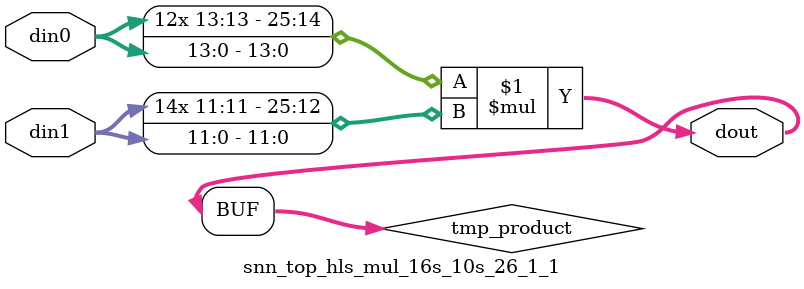
<source format=v>

`timescale 1 ns / 1 ps

 (* DowngradeIPIdentifiedWarnings="yes" *) module snn_top_hls_mul_16s_10s_26_1_1(din0, din1, dout);
parameter ID = 1;
parameter NUM_STAGE = 0;
parameter din0_WIDTH = 14;
parameter din1_WIDTH = 12;
parameter dout_WIDTH = 26;

input [din0_WIDTH - 1 : 0] din0; 
input [din1_WIDTH - 1 : 0] din1; 
output [dout_WIDTH - 1 : 0] dout;

wire signed [dout_WIDTH - 1 : 0] tmp_product;



























assign tmp_product = $signed(din0) * $signed(din1);








assign dout = tmp_product;





















endmodule

</source>
